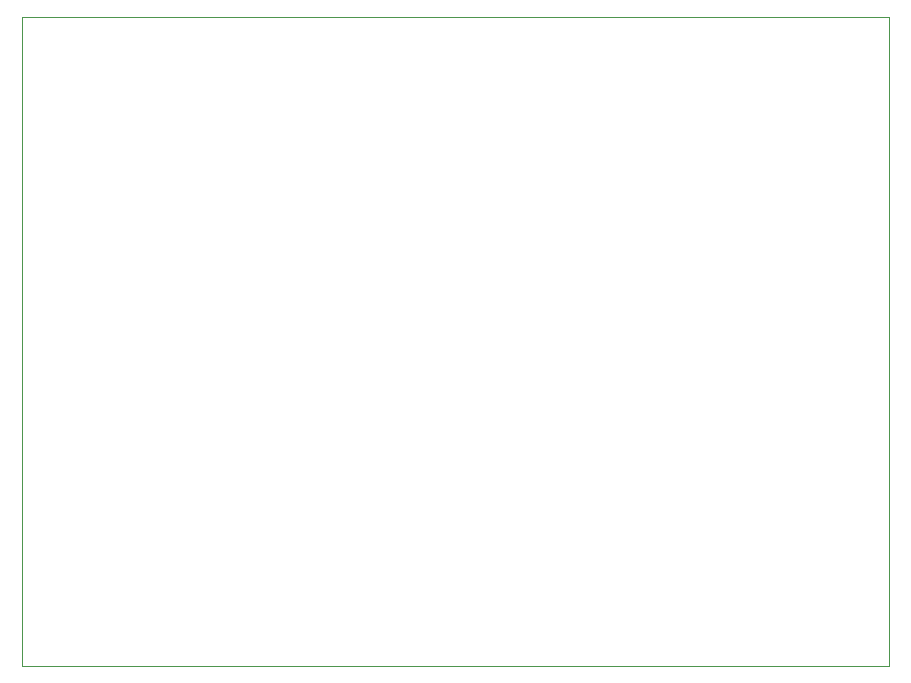
<source format=gm1>
%TF.GenerationSoftware,KiCad,Pcbnew,(5.1.10)-1*%
%TF.CreationDate,2021-11-09T21:57:45+08:00*%
%TF.ProjectId,CPLD-GPU,43504c44-2d47-4505-952e-6b696361645f,rev?*%
%TF.SameCoordinates,Original*%
%TF.FileFunction,Profile,NP*%
%FSLAX46Y46*%
G04 Gerber Fmt 4.6, Leading zero omitted, Abs format (unit mm)*
G04 Created by KiCad (PCBNEW (5.1.10)-1) date 2021-11-09 21:57:45*
%MOMM*%
%LPD*%
G01*
G04 APERTURE LIST*
%TA.AperFunction,Profile*%
%ADD10C,0.050000*%
%TD*%
G04 APERTURE END LIST*
D10*
X123400000Y-99000000D02*
X50000000Y-99000000D01*
X123400000Y-44000000D02*
X123400000Y-99000000D01*
X50000000Y-44000000D02*
X123400000Y-44000000D01*
X50000000Y-99000000D02*
X50000000Y-44000000D01*
M02*

</source>
